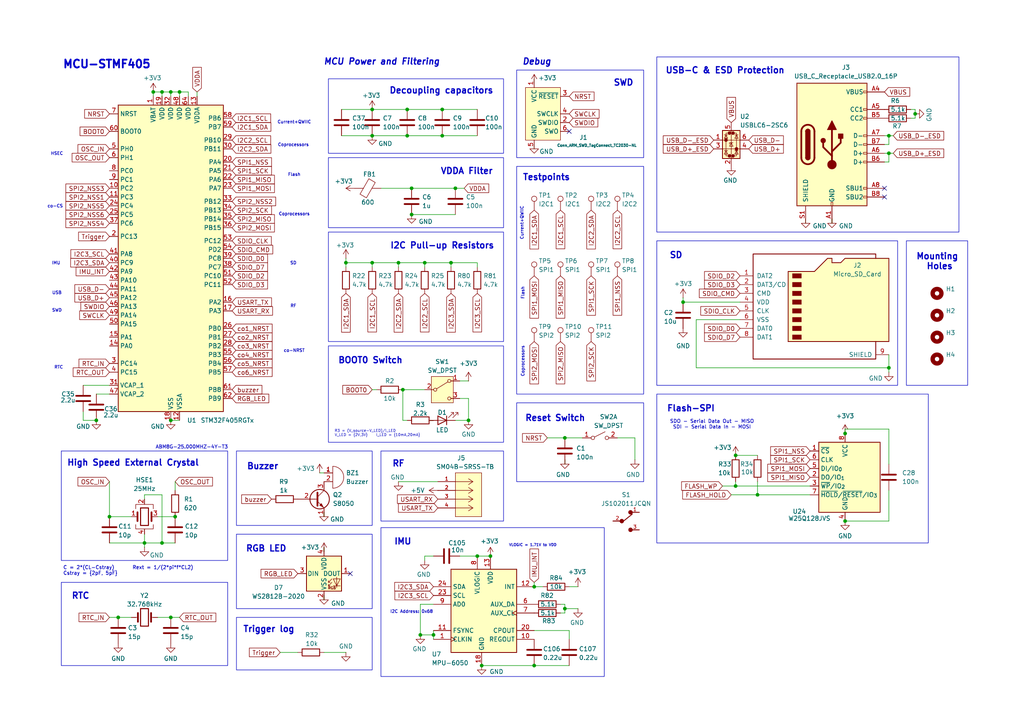
<source format=kicad_sch>
(kicad_sch (version 20250114) (generator "eeschema") (generator_version "9.0")
  (paper "A4")
  (title_block (title "Dumpling_Main") (date "2025-02-26") (rev "0.1") (company "nyuad.space"))
  (rectangle (start 190.5 69.85) (end 260.35 111.76))
  (rectangle (start 68.58 154.94) (end 107.95 176.53))
  (rectangle (start 17.78 130.81) (end 66.04 162.56))
  (rectangle (start 149.86 48.26) (end 186.69 114.3))
  (rectangle (start 110.49 130.81) (end 146.05 151.13))
  (rectangle (start 68.58 179.07) (end 107.95 194.31))
  (rectangle (start 190.5 16.51) (end 278.13 67.31))
  (rectangle (start 149.86 116.84) (end 186.69 139.7))
  (rectangle (start 95.25 100.33) (end 146.05 128.27))
  (rectangle (start 190.5 114.3) (end 269.24 157.48))
  (rectangle (start 110.49 153.035) (end 175.26 196.215))
  (rectangle (start 95.25 45.72) (end 146.05 66.04))
  (rectangle (start 149.86 20.32) (end 186.69 45.72))
  (rectangle (start 95.25 22.86) (end 146.05 44.45))
  (rectangle (start 68.58 130.81) (end 107.95 152.4))
  (rectangle (start 17.78 168.91) (end 66.04 193.04))
  (rectangle (start 262.89 69.85) (end 280.67 111.76))
  (rectangle (start 95.25 67.31) (end 146.05 99.06))
  (text "MCU-STMF405\n" (at 30.988 18.796 0) (effects (font (size 2.286 2.286) (thickness 0.508) (bold yes))))
  (text "Debug" (at 155.702 18.034 0) (effects (font (size 1.778 1.778) (thickness 0.3556) (bold yes) (italic yes))))
  (text "IMU" (at 116.84 157.226 0) (effects (font (size 1.778 1.778) (thickness 0.3556) (bold yes))))
  (text "SWD\n" (at 180.848 24.13 0) (effects (font (size 1.778 1.778) (thickness 0.3556) (bold yes))))
  (text "RTC" (at 17.018 106.68 0) (effects (font (size 0.889 0.889))))
  (text "SD\n" (at 196.088 74.168 0) (effects (font (size 1.778 1.778) (thickness 0.3556) (bold yes))))
  (text "Buzzer" (at 76.2 135.382 0) (effects (font (size 1.778 1.778) (thickness 0.3556) (bold yes))))
  (text "Decoupling capacitors\n" (at 128.016 26.416 0) (effects (font (size 1.778 1.778) (thickness 0.3556) (bold yes))))
  (text "Trigger log" (at 77.978 182.626 0) (effects (font (size 1.778 1.778) (thickness 0.3556) (bold yes))))
  (text "Flash" (at 85.344 50.8 0) (effects (font (size 0.889 0.889))))
  (text "co-NRST\n" (at 85.344 101.854 0) (effects (font (size 0.889 0.889))))
  (text "MCU Power and Filtering" (at 110.744 18.034 0) (effects (font (size 1.778 1.778) (thickness 0.3556) (bold yes) (italic yes))))
  (text "IMU" (at 16.256 76.454 0) (effects (font (size 0.889 0.889))))
  (text "Coprocessors" (at 151.638 104.902 90) (effects (font (size 0.889 0.889))))
  (text "R3 = (V_source-V_LED)/I_LED\nV_LED = {2V,3V}	I_LED = {10mA,20mA}" (at 97.028 125.73 0) (effects (font (size 0.762 0.762) (thickness 0.0953)) (justify left)))
  (text "ABM8G-25.000MHZ-4Y-T3\n" (at 55.626 129.794 0) (effects (font (size 1.016 1.016) (thickness 0.1588))))
  (text "Coprocessors" (at 85.09 42.164 0) (effects (font (size 0.889 0.889))))
  (text "USB\n" (at 16.51 85.09 0) (effects (font (size 0.889 0.889))))
  (text "Coprocessors" (at 85.344 62.23 0) (effects (font (size 0.889 0.889))))
  (text "RF" (at 115.57 134.62 0) (effects (font (size 1.778 1.778) (thickness 0.3556) (bold yes))))
  (text "VLOGIC = 1.71V to VDD" (at 147.574 158.242 0) (effects (font (size 0.762 0.762) (thickness 0.1524) (bold yes)) (justify left)))
  (text "SDO - Serial Data Out - MISO\nSDI - Serial Data In - MOSI" (at 206.502 123.19 0) (effects (font (size 1.016 1.016))))
  (text "BOOT0 Switch" (at 107.442 104.648 0) (effects (font (size 1.778 1.778) (thickness 0.3556) (bold yes))))
  (text "Flash-SPI" (at 200.406 118.618 0) (effects (font (size 1.778 1.778) (thickness 0.3556) (bold yes))))
  (text "Testpoints" (at 158.496 51.562 0) (effects (font (size 1.778 1.778) (thickness 0.3556) (bold yes))))
  (text "RTC\n" (at 23.368 172.974 0) (effects (font (size 1.778 1.778) (thickness 0.3556) (bold yes))))
  (text "Mounting \nHoles" (at 272.542 75.946 0) (effects (font (size 1.778 1.778) (thickness 0.3556) (bold yes))))
  (text "RGB LED" (at 77.216 159.258 0) (effects (font (size 1.778 1.778) (thickness 0.3556) (bold yes))))
  (text "co-CS\n" (at 16.002 59.944 0) (effects (font (size 0.889 0.889))))
  (text "SD" (at 85.09 76.454 0) (effects (font (size 0.889 0.889))))
  (text "SWD" (at 16.51 90.17 0) (effects (font (size 0.889 0.889))))
  (text "Flash" (at 151.638 85.09 90) (effects (font (size 0.889 0.889))))
  (text "High Speed External Crystal" (at 38.608 134.366 0) (effects (font (size 1.778 1.778) (thickness 0.3556) (bold yes))))
  (text "Current+QWIIC\n" (at 151.384 64.77 90) (effects (font (size 0.889 0.889))))
  (text "I2C Pull-up Resistors" (at 128.27 71.374 0) (effects (font (size 1.778 1.778) (thickness 0.3556) (bold yes))))
  (text "C = 2*(CL-Cstray)	Rext = 1/(2*pi*f*CL2)\nCstray = {2pF, 5pF}" (at 18.288 165.608 0) (effects (font (size 1.016 1.016) (thickness 0.1588)) (justify left)))
  (text "HSEC" (at 16.51 44.704 0) (effects (font (size 0.889 0.889))))
  (text "Reset Switch\n" (at 161.036 121.412 0) (effects (font (size 1.778 1.778) (thickness 0.3556) (bold yes))))
  (text "RF" (at 85.09 88.9 0) (effects (font (size 0.889 0.889))))
  (text "Current+QWIIC\n" (at 85.344 35.56 0) (effects (font (size 0.889 0.889))))
  (text "I2C Address: 0x68" (at 119.38 177.546 0) (effects (font (size 0.889 0.889))))
  (text "USB-C & ESD Protection" (at 210.312 20.574 0) (effects (font (size 1.778 1.778) (thickness 0.3556) (bold yes))))
  (text "VDDA Filter\n" (at 135.382 49.784 0) (effects (font (size 1.778 1.778) (thickness 0.3556) (bold yes))))
  (junction (at 135.89 121.92))
  (junction (at 119.38 62.23))
  (junction (at 46.99 26.67))
  (junction (at 27.94 121.92))
  (junction (at 213.36 132.08))
  (junction (at 118.11 39.37))
  (junction (at 142.24 161.29))
  (junction (at 100.33 76.2))
  (junction (at 52.07 26.67))
  (junction (at 130.81 76.2))
  (junction (at 44.45 26.67))
  (junction (at 163.83 176.53))
  (junction (at 257.81 106.68))
  (junction (at 138.43 161.29))
  (junction (at 34.29 179.07))
  (junction (at 116.84 113.03))
  (junction (at 128.27 39.37))
  (junction (at 121.92 184.15))
  (junction (at 245.11 125.73))
  (junction (at 118.11 31.75))
  (junction (at 154.94 170.18))
  (junction (at 49.53 179.07))
  (junction (at 31.75 149.86))
  (junction (at 245.11 151.13))
  (junction (at 219.71 143.51))
  (junction (at 107.95 39.37))
  (junction (at 49.53 26.67))
  (junction (at 123.19 76.2))
  (junction (at 107.95 31.75))
  (junction (at 257.81 39.37))
  (junction (at 213.36 140.97))
  (junction (at 257.81 44.45))
  (junction (at 265.43 33.02))
  (junction (at 46.99 157.48))
  (junction (at 119.38 54.61))
  (junction (at 115.57 76.2))
  (junction (at 41.91 157.48))
  (junction (at 49.53 121.92))
  (junction (at 50.8 149.86))
  (junction (at 154.94 193.04))
  (junction (at 132.08 54.61))
  (junction (at 128.27 31.75))
  (junction (at 139.7 193.04))
  (junction (at 163.83 127))
  (junction (at 107.95 76.2))
  (junction (at 198.12 87.63))
  (junction (at 125.73 184.15))
  (no_connect (at 256.54 57.15))
  (no_connect (at 165.1 38.1))
  (no_connect (at 101.6 166.37))
  (no_connect (at 256.54 54.61))
  (wire (pts (xy 219.71 139.7) (xy 219.71 143.51)))
  (wire (pts (xy 31.75 139.7) (xy 31.75 149.86)))
  (wire (pts (xy 154.94 168.91) (xy 154.94 170.18)))
  (wire (pts (xy 257.81 41.91) (xy 257.81 39.37)))
  (wire (pts (xy 52.07 26.67) (xy 52.07 27.94)))
  (wire (pts (xy 27.94 114.3) (xy 31.75 114.3)))
  (wire (pts (xy 125.73 175.26) (xy 121.92 175.26)))
  (wire (pts (xy 259.08 39.37) (xy 257.81 39.37)))
  (wire (pts (xy 135.89 121.92) (xy 132.08 121.92)))
  (wire (pts (xy 41.91 157.48) (xy 46.99 157.48)))
  (wire (pts (xy 52.07 26.67) (xy 49.53 26.67)))
  (wire (pts (xy 115.57 76.2) (xy 115.57 77.47)))
  (wire (pts (xy 133.35 161.29) (xy 138.43 161.29)))
  (wire (pts (xy 257.81 124.46) (xy 245.11 124.46)))
  (wire (pts (xy 41.91 157.48) (xy 41.91 154.94)))
  (wire (pts (xy 163.83 127) (xy 168.91 127)))
  (wire (pts (xy 257.81 44.45) (xy 256.54 44.45)))
  (wire (pts (xy 54.61 27.94) (xy 54.61 26.67)))
  (wire (pts (xy 119.38 54.61) (xy 132.08 54.61)))
  (wire (pts (xy 213.36 140.97) (xy 234.95 140.97)))
  (wire (pts (xy 118.11 121.92) (xy 116.84 121.92)))
  (wire (pts (xy 245.11 125.73) (xy 245.11 124.46)))
  (wire (pts (xy 256.54 41.91) (xy 257.81 41.91)))
  (wire (pts (xy 209.55 140.97) (xy 213.36 140.97)))
  (wire (pts (xy 121.92 175.26) (xy 121.92 184.15)))
  (wire (pts (xy 123.19 162.56) (xy 123.19 161.29)))
  (wire (pts (xy 214.63 92.71) (xy 201.93 92.71)))
  (wire (pts (xy 49.53 121.92) (xy 52.07 121.92)))
  (wire (pts (xy 107.95 31.75) (xy 118.11 31.75)))
  (wire (pts (xy 50.8 139.7) (xy 50.8 142.24)))
  (wire (pts (xy 93.98 160.02) (xy 93.98 158.75)))
  (wire (pts (xy 123.19 76.2) (xy 115.57 76.2)))
  (wire (pts (xy 31.75 179.07) (xy 34.29 179.07)))
  (wire (pts (xy 201.93 92.71) (xy 201.93 106.68)))
  (wire (pts (xy 31.75 149.86) (xy 38.1 149.86)))
  (wire (pts (xy 133.35 115.57) (xy 135.89 115.57)))
  (wire (pts (xy 54.61 26.67) (xy 52.07 26.67)))
  (wire (pts (xy 107.95 113.03) (xy 109.22 113.03)))
  (wire (pts (xy 134.62 54.61) (xy 132.08 54.61)))
  (wire (pts (xy 93.98 148.59) (xy 93.98 149.86)))
  (wire (pts (xy 44.45 26.67) (xy 44.45 27.94)))
  (wire (pts (xy 212.09 143.51) (xy 219.71 143.51)))
  (wire (pts (xy 138.43 161.29) (xy 142.24 161.29)))
  (wire (pts (xy 257.81 124.46) (xy 257.81 134.62)))
  (wire (pts (xy 257.81 142.24) (xy 257.81 151.13)))
  (wire (pts (xy 41.91 144.78) (xy 41.91 143.51)))
  (wire (pts (xy 49.53 26.67) (xy 46.99 26.67)))
  (wire (pts (xy 107.95 76.2) (xy 100.33 76.2)))
  (wire (pts (xy 100.33 76.2) (xy 100.33 77.47)))
  (wire (pts (xy 45.72 179.07) (xy 49.53 179.07)))
  (wire (pts (xy 154.94 193.04) (xy 165.1 193.04)))
  (wire (pts (xy 167.64 176.53) (xy 163.83 176.53)))
  (wire (pts (xy 107.95 39.37) (xy 118.11 39.37)))
  (wire (pts (xy 46.99 157.48) (xy 50.8 157.48)))
  (wire (pts (xy 49.53 26.67) (xy 49.53 27.94)))
  (wire (pts (xy 34.29 179.07) (xy 38.1 179.07)))
  (wire (pts (xy 31.75 157.48) (xy 41.91 157.48)))
  (wire (pts (xy 265.43 34.29) (xy 265.43 33.02)))
  (wire (pts (xy 165.1 182.88) (xy 165.1 185.42)))
  (wire (pts (xy 24.13 121.92) (xy 27.94 121.92)))
  (wire (pts (xy 241.3 63.5) (xy 241.3 64.77)))
  (wire (pts (xy 118.11 39.37) (xy 128.27 39.37)))
  (wire (pts (xy 154.94 41.91) (xy 154.94 43.18)))
  (wire (pts (xy 24.13 111.76) (xy 31.75 111.76)))
  (wire (pts (xy 256.54 46.99) (xy 257.81 46.99)))
  (wire (pts (xy 213.36 139.7) (xy 213.36 140.97)))
  (wire (pts (xy 46.99 26.67) (xy 44.45 26.67)))
  (wire (pts (xy 163.83 176.53) (xy 163.83 175.26)))
  (wire (pts (xy 130.81 77.47) (xy 130.81 76.2)))
  (wire (pts (xy 257.81 39.37) (xy 256.54 39.37)))
  (wire (pts (xy 93.98 172.72) (xy 93.98 173.99)))
  (wire (pts (xy 257.81 151.13) (xy 245.11 151.13)))
  (wire (pts (xy 125.73 121.92) (xy 124.46 121.92)))
  (wire (pts (xy 115.57 76.2) (xy 107.95 76.2)))
  (wire (pts (xy 157.48 170.18) (xy 154.94 170.18)))
  (wire (pts (xy 259.08 44.45) (xy 257.81 44.45)))
  (wire (pts (xy 135.89 115.57) (xy 135.89 121.92)))
  (wire (pts (xy 135.89 110.49) (xy 133.35 110.49)))
  (wire (pts (xy 265.43 33.02) (xy 265.43 31.75)))
  (wire (pts (xy 154.94 182.88) (xy 165.1 182.88)))
  (wire (pts (xy 198.12 87.63) (xy 214.63 87.63)))
  (wire (pts (xy 257.81 46.99) (xy 257.81 44.45)))
  (wire (pts (xy 264.16 34.29) (xy 265.43 34.29)))
  (wire (pts (xy 99.06 31.75) (xy 107.95 31.75)))
  (wire (pts (xy 179.07 127) (xy 184.15 127)))
  (wire (pts (xy 163.83 175.26) (xy 162.56 175.26)))
  (wire (pts (xy 163.83 177.8) (xy 163.83 176.53)))
  (wire (pts (xy 99.06 39.37) (xy 107.95 39.37)))
  (wire (pts (xy 49.53 179.07) (xy 52.07 179.07)))
  (wire (pts (xy 257.81 102.87) (xy 257.81 106.68)))
  (wire (pts (xy 184.15 127) (xy 184.15 133.35)))
  (wire (pts (xy 46.99 143.51) (xy 46.99 157.48)))
  (wire (pts (xy 138.43 77.47) (xy 138.43 76.2)))
  (wire (pts (xy 138.43 76.2) (xy 130.81 76.2)))
  (wire (pts (xy 57.15 26.67) (xy 57.15 27.94)))
  (wire (pts (xy 158.75 127) (xy 163.83 127)))
  (wire (pts (xy 100.33 189.23) (xy 93.98 189.23)))
  (wire (pts (xy 123.19 161.29) (xy 125.73 161.29)))
  (wire (pts (xy 128.27 39.37) (xy 138.43 39.37)))
  (wire (pts (xy 213.36 132.08) (xy 219.71 132.08)))
  (wire (pts (xy 130.81 76.2) (xy 123.19 76.2)))
  (wire (pts (xy 116.84 113.03) (xy 116.84 121.92)))
  (wire (pts (xy 162.56 177.8) (xy 163.83 177.8)))
  (wire (pts (xy 121.92 184.15) (xy 125.73 184.15)))
  (wire (pts (xy 41.91 143.51) (xy 46.99 143.51)))
  (wire (pts (xy 100.33 76.2) (xy 100.33 74.93)))
  (wire (pts (xy 86.36 189.23) (xy 81.28 189.23)))
  (wire (pts (xy 219.71 143.51) (xy 234.95 143.51)))
  (wire (pts (xy 107.95 76.2) (xy 107.95 77.47)))
  (wire (pts (xy 118.11 31.75) (xy 128.27 31.75)))
  (wire (pts (xy 125.73 182.88) (xy 125.73 184.15)))
  (wire (pts (xy 139.7 193.04) (xy 154.94 193.04)))
  (wire (pts (xy 125.73 184.15) (xy 125.73 185.42)))
  (wire (pts (xy 115.57 139.7) (xy 127 139.7)))
  (wire (pts (xy 201.93 106.68) (xy 257.81 106.68)))
  (wire (pts (xy 163.83 133.35) (xy 163.83 134.62)))
  (wire (pts (xy 198.12 86.36) (xy 198.12 87.63)))
  (wire (pts (xy 41.91 158.75) (xy 41.91 157.48)))
  (wire (pts (xy 110.49 54.61) (xy 119.38 54.61)))
  (wire (pts (xy 92.71 137.16) (xy 93.98 137.16)))
  (wire (pts (xy 24.13 119.38) (xy 24.13 121.92)))
  (wire (pts (xy 233.68 63.5) (xy 233.68 64.77)))
  (wire (pts (xy 257.81 106.68) (xy 257.81 107.95)))
  (wire (pts (xy 119.38 62.23) (xy 132.08 62.23)))
  (wire (pts (xy 265.43 31.75) (xy 264.16 31.75)))
  (wire (pts (xy 45.72 149.86) (xy 50.8 149.86)))
  (wire (pts (xy 128.27 31.75) (xy 138.43 31.75)))
  (wire (pts (xy 123.19 77.47) (xy 123.19 76.2)))
  (wire (pts (xy 167.64 170.18) (xy 165.1 170.18)))
  (wire (pts (xy 116.84 113.03) (xy 123.19 113.03)))
  (wire (pts (xy 154.94 24.13) (xy 154.94 22.86)))
  (wire (pts (xy 46.99 26.67) (xy 46.99 27.94)))
  (global_label "USB_D-_ESD" (shape input) (at 259.08 39.37 0) (effects (font (thickness 0.1588))) (property "Intersheetrefs" "${INTERSHEET_REFS}" (effects (hide yes))))
  (global_label "I2C3_SDA" (shape input) (at 31.75 76.2 180) (property "Intersheetrefs" "${INTERSHEET_REFS}" (effects (hide yes))))
  (global_label "USART_TX" (shape input) (at 127 147.32 180) (property "Intersheetrefs" "${INTERSHEET_REFS}" (effects (hide yes))))
  (global_label "I2C3_SCL" (shape input) (at 138.43 85.09 270) (property "Intersheetrefs" "${INTERSHEET_REFS}" (effects (hide yes))))
  (global_label "SPI1_MISO" (shape input) (at 234.95 138.43 180) (property "Intersheetrefs" "${INTERSHEET_REFS}" (effects (hide yes))))
  (global_label "USB_D+_ESD" (shape input) (at 259.08 44.45 0) (effects (font (thickness 0.1588))) (property "Intersheetrefs" "${INTERSHEET_REFS}" (effects (hide yes))))
  (global_label "SPI1_SCK" (shape input) (at 171.45 80.01 270) (property "Intersheetrefs" "${INTERSHEET_REFS}" (effects (hide yes))))
  (global_label "RTC_IN" (shape input) (at 31.75 105.41 180) (property "Intersheetrefs" "${INTERSHEET_REFS}" (effects (hide yes))))
  (global_label "SPI2_NSS2" (shape input) (at 67.31 58.42 0) (property "Intersheetrefs" "${INTERSHEET_REFS}" (effects (hide yes))))
  (global_label "SWDIO" (shape input) (at 31.75 88.9 180) (property "Intersheetrefs" "${INTERSHEET_REFS}" (effects (hide yes))))
  (global_label "NRST" (shape input) (at 158.75 127 180) (property "Intersheetrefs" "${INTERSHEET_REFS}" (effects (hide yes))))
  (global_label "USB_D+" (shape input) (at 31.75 86.36 180) (property "Intersheetrefs" "${INTERSHEET_REFS}" (effects (hide yes))))
  (global_label "USART_TX" (shape input) (at 67.31 87.63 0) (property "Intersheetrefs" "${INTERSHEET_REFS}" (effects (hide yes))))
  (global_label "SDIO_D2" (shape input) (at 214.63 80.01 180) (property "Intersheetrefs" "${INTERSHEET_REFS}" (effects (hide yes))))
  (global_label "FLASH_HOLD" (shape input) (at 212.09 143.51 180) (property "Intersheetrefs" "${INTERSHEET_REFS}" (effects (hide yes))))
  (global_label "I2C1_SDA" (shape input) (at 100.33 85.09 270) (effects (font (thickness 0.1588))) (property "Intersheetrefs" "${INTERSHEET_REFS}" (effects (hide yes))))
  (global_label "I2C3_SDA" (shape input) (at 130.81 85.09 270) (property "Intersheetrefs" "${INTERSHEET_REFS}" (effects (hide yes))))
  (global_label "co4_NRST" (shape input) (at 67.31 102.87 0) (effects (font (thickness 0.1588))) (property "Intersheetrefs" "${INTERSHEET_REFS}" (effects (hide yes))))
  (global_label "VDDA" (shape input) (at 57.15 26.67 90) (property "Intersheetrefs" "${INTERSHEET_REFS}" (effects (hide yes))))
  (global_label "SPI1_NSS" (shape input) (at 234.95 130.81 180) (property "Intersheetrefs" "${INTERSHEET_REFS}" (effects (hide yes))))
  (global_label "SDIO_CMD" (shape input) (at 214.63 85.09 180) (property "Intersheetrefs" "${INTERSHEET_REFS}" (effects (hide yes))))
  (global_label "co2_NRST" (shape input) (at 67.31 97.79 0) (effects (font (thickness 0.1588))) (property "Intersheetrefs" "${INTERSHEET_REFS}" (effects (hide yes))))
  (global_label "co5_NRST" (shape input) (at 67.31 105.41 0) (effects (font (thickness 0.1588))) (property "Intersheetrefs" "${INTERSHEET_REFS}" (effects (hide yes))))
  (global_label "SWCLK" (shape input) (at 165.1 33.02 0) (property "Intersheetrefs" "${INTERSHEET_REFS}" (effects (hide yes))))
  (global_label "USB_D+" (shape input) (at 217.17 43.18 0) (property "Intersheetrefs" "${INTERSHEET_REFS}" (effects (hide yes))))
  (global_label "SPI2_MOSI" (shape input) (at 154.94 99.06 270) (property "Intersheetrefs" "${INTERSHEET_REFS}" (effects (hide yes))))
  (global_label "OSC_IN" (shape input) (at 31.75 139.7 180) (property "Intersheetrefs" "${INTERSHEET_REFS}" (effects (hide yes))))
  (global_label "I2C3_SCL" (shape input) (at 125.73 172.72 180) (property "Intersheetrefs" "${INTERSHEET_REFS}" (effects (hide yes))))
  (global_label "SDIO_D0" (shape input) (at 67.31 74.93 0) (property "Intersheetrefs" "${INTERSHEET_REFS}" (effects (hide yes))))
  (global_label "SDIO_D2" (shape input) (at 67.31 80.01 0) (property "Intersheetrefs" "${INTERSHEET_REFS}" (effects (hide yes))))
  (global_label "co3_NRST" (shape input) (at 67.31 100.33 0) (effects (font (thickness 0.1588))) (property "Intersheetrefs" "${INTERSHEET_REFS}" (effects (hide yes))))
  (global_label "USB_D-" (shape input) (at 31.75 83.82 180) (property "Intersheetrefs" "${INTERSHEET_REFS}" (effects (hide yes))))
  (global_label "SPI2_NSS1" (shape input) (at 31.75 57.15 180) (property "Intersheetrefs" "${INTERSHEET_REFS}" (effects (hide yes))))
  (global_label "I2C1_SDA" (shape input) (at 67.31 36.83 0) (property "Intersheetrefs" "${INTERSHEET_REFS}" (effects (hide yes))))
  (global_label "BOOT0" (shape input) (at 107.95 113.03 180) (effects (font (thickness 0.1588))) (property "Intersheetrefs" "${INTERSHEET_REFS}" (effects (hide yes))))
  (global_label "SDIO_CLK" (shape input) (at 214.63 90.17 180) (property "Intersheetrefs" "${INTERSHEET_REFS}" (effects (hide yes))))
  (global_label "SDIO_CLK" (shape input) (at 67.31 69.85 0) (property "Intersheetrefs" "${INTERSHEET_REFS}" (effects (hide yes))))
  (global_label "Trigger" (shape input) (at 31.75 68.58 180) (property "Intersheetrefs" "${INTERSHEET_REFS}" (effects (hide yes))))
  (global_label "SWCLK" (shape input) (at 31.75 91.44 180) (property "Intersheetrefs" "${INTERSHEET_REFS}" (effects (hide yes))))
  (global_label "RTC_IN" (shape input) (at 31.75 179.07 180) (property "Intersheetrefs" "${INTERSHEET_REFS}" (effects (hide yes))))
  (global_label "I2C1_SCL" (shape input) (at 67.31 34.29 0) (property "Intersheetrefs" "${INTERSHEET_REFS}" (effects (hide yes))))
  (global_label "SPI1_SCK" (shape input) (at 234.95 133.35 180) (property "Intersheetrefs" "${INTERSHEET_REFS}" (effects (hide yes))))
  (global_label "SDIO_D3" (shape input) (at 214.63 82.55 180) (property "Intersheetrefs" "${INTERSHEET_REFS}" (effects (hide yes))))
  (global_label "SPI2_SCK" (shape input) (at 171.45 99.06 270) (property "Intersheetrefs" "${INTERSHEET_REFS}" (effects (hide yes))))
  (global_label "RGB_LED" (shape input) (at 86.36 166.37 180) (effects (font (thickness 0.1588))) (property "Intersheetrefs" "${INTERSHEET_REFS}" (effects (hide yes))))
  (global_label "SPI2_NSS5" (shape input) (at 31.75 59.69 180) (property "Intersheetrefs" "${INTERSHEET_REFS}" (effects (hide yes))))
  (global_label "SPI1_MOSI" (shape input) (at 154.94 80.01 270) (property "Intersheetrefs" "${INTERSHEET_REFS}" (effects (hide yes))))
  (global_label "I2C2_SDA" (shape input) (at 67.31 43.18 0) (property "Intersheetrefs" "${INTERSHEET_REFS}" (effects (hide yes))))
  (global_label "USART_RX" (shape input) (at 127 144.78 180) (property "Intersheetrefs" "${INTERSHEET_REFS}" (effects (hide yes))))
  (global_label "I2C3_SDA" (shape input) (at 125.73 170.18 180) (property "Intersheetrefs" "${INTERSHEET_REFS}" (effects (hide yes))))
  (global_label "I2C1_SDA" (shape input) (at 154.94 60.96 270) (property "Intersheetrefs" "${INTERSHEET_REFS}" (effects (hide yes))))
  (global_label "SWDIO" (shape input) (at 165.1 35.56 0) (property "Intersheetrefs" "${INTERSHEET_REFS}" (effects (hide yes))))
  (global_label "SPI1_NSS" (shape input) (at 67.31 46.99 0) (property "Intersheetrefs" "${INTERSHEET_REFS}" (effects (hide yes))))
  (global_label "buzzer" (shape input) (at 78.74 144.78 180) (effects (font (thickness 0.1588))) (property "Intersheetrefs" "${INTERSHEET_REFS}" (effects (hide yes))))
  (global_label "SDIO_D7" (shape input) (at 67.31 77.47 0) (property "Intersheetrefs" "${INTERSHEET_REFS}" (effects (hide yes))))
  (global_label "SPI1_NSS" (shape input) (at 179.07 80.01 270) (property "Intersheetrefs" "${INTERSHEET_REFS}" (effects (hide yes))))
  (global_label "SPI1_MOSI" (shape input) (at 234.95 135.89 180) (property "Intersheetrefs" "${INTERSHEET_REFS}" (effects (hide yes))))
  (global_label "USB_D-" (shape input) (at 217.17 40.64 0) (property "Intersheetrefs" "${INTERSHEET_REFS}" (effects (hide yes))))
  (global_label "Trigger" (shape input) (at 81.28 189.23 180) (property "Intersheetrefs" "${INTERSHEET_REFS}" (effects (hide yes))))
  (global_label "VBUS" (shape input) (at 212.09 35.56 90) (effects (font (thickness 0.1588))) (property "Intersheetrefs" "${INTERSHEET_REFS}" (effects (hide yes))))
  (global_label "RTC_OUT" (shape input) (at 31.75 107.95 180) (property "Intersheetrefs" "${INTERSHEET_REFS}" (effects (hide yes))))
  (global_label "buzzer" (shape input) (at 67.31 113.03 0) (effects (font (thickness 0.1588))) (property "Intersheetrefs" "${INTERSHEET_REFS}" (effects (hide yes))))
  (global_label "co6_NRST" (shape input) (at 67.31 107.95 0) (effects (font (thickness 0.1588))) (property "Intersheetrefs" "${INTERSHEET_REFS}" (effects (hide yes))))
  (global_label "I2C2_SCL" (shape input) (at 123.19 85.09 270) (property "Intersheetrefs" "${INTERSHEET_REFS}" (effects (hide yes))))
  (global_label "VBUS" (shape input) (at 256.54 26.67 0) (effects (font (thickness 0.1588))) (property "Intersheetrefs" "${INTERSHEET_REFS}" (effects (hide yes))))
  (global_label "OSC_IN" (shape input) (at 31.75 43.18 180) (property "Intersheetrefs" "${INTERSHEET_REFS}" (effects (hide yes))))
  (global_label "co1_NRST" (shape input) (at 67.31 95.25 0) (effects (font (thickness 0.1588))) (property "Intersheetrefs" "${INTERSHEET_REFS}" (effects (hide yes))))
  (global_label "IMU_INT" (shape input) (at 154.94 168.91 90) (property "Intersheetrefs" "${INTERSHEET_REFS}" (effects (hide yes))))
  (global_label "SPI2_NSS6" (shape input) (at 31.75 62.23 180) (property "Intersheetrefs" "${INTERSHEET_REFS}" (effects (hide yes))))
  (global_label "IMU_INT" (shape input) (at 31.75 78.74 180) (property "Intersheetrefs" "${INTERSHEET_REFS}" (effects (hide yes))))
  (global_label "I2C3_SCL" (shape input) (at 31.75 73.66 180) (property "Intersheetrefs" "${INTERSHEET_REFS}" (effects (hide yes))))
  (global_label "OSC_OUT" (shape input) (at 50.8 139.7 0) (property "Intersheetrefs" "${INTERSHEET_REFS}" (effects (hide yes))))
  (global_label "SPI2_MOSI" (shape input) (at 67.31 66.04 0) (property "Intersheetrefs" "${INTERSHEET_REFS}" (effects (hide yes))))
  (global_label "I2C1_SCL" (shape input) (at 107.95 85.09 270) (property "Intersheetrefs" "${INTERSHEET_REFS}" (effects (hide yes))))
  (global_label "USB_D-_ESD" (shape input) (at 207.01 40.64 180) (effects (font (thickness 0.1588))) (property "Intersheetrefs" "${INTERSHEET_REFS}" (effects (hide yes))))
  (global_label "SPI2_SCK" (shape input) (at 67.31 60.96 0) (property "Intersheetrefs" "${INTERSHEET_REFS}" (effects (hide yes))))
  (global_label "USB_D+_ESD" (shape input) (at 207.01 43.18 180) (effects (font (thickness 0.1588))) (property "Intersheetrefs" "${INTERSHEET_REFS}" (effects (hide yes))))
  (global_label "I2C2_SDA" (shape input) (at 115.57 85.09 270) (property "Intersheetrefs" "${INTERSHEET_REFS}" (effects (hide yes))))
  (global_label "OSC_OUT" (shape input) (at 31.75 45.72 180) (property "Intersheetrefs" "${INTERSHEET_REFS}" (effects (hide yes))))
  (global_label "NRST" (shape input) (at 165.1 27.94 0) (property "Intersheetrefs" "${INTERSHEET_REFS}" (effects (hide yes))))
  (global_label "SPI1_SCK" (shape input) (at 67.31 49.53 0) (property "Intersheetrefs" "${INTERSHEET_REFS}" (effects (hide yes))))
  (global_label "SDIO_D7" (shape input) (at 214.63 97.79 180) (property "Intersheetrefs" "${INTERSHEET_REFS}" (effects (hide yes))))
  (global_label "SPI1_MOSI" (shape input) (at 67.31 54.61 0) (property "Intersheetrefs" "${INTERSHEET_REFS}" (effects (hide yes))))
  (global_label "SPI2_MISO" (shape input) (at 67.31 63.5 0) (property "Intersheetrefs" "${INTERSHEET_REFS}" (effects (hide yes))))
  (global_label "SPI1_MISO" (shape input) (at 162.56 80.01 270) (property "Intersheetrefs" "${INTERSHEET_REFS}" (effects (hide yes))))
  (global_label "SPI2_NSS4" (shape input) (at 31.75 64.77 180) (property "Intersheetrefs" "${INTERSHEET_REFS}" (effects (hide yes))))
  (global_label "I2C1_SCL" (shape input) (at 162.56 60.96 270) (property "Intersheetrefs" "${INTERSHEET_REFS}" (effects (hide yes))))
  (global_label "VDDA" (shape input) (at 134.62 54.61 0) (property "Intersheetrefs" "${INTERSHEET_REFS}" (effects (hide yes))))
  (global_label "NRST" (shape input) (at 31.75 33.02 180) (property "Intersheetrefs" "${INTERSHEET_REFS}" (effects (hide yes))))
  (global_label "RGB_LED" (shape input) (at 67.31 115.57 0) (effects (font (thickness 0.1588))) (property "Intersheetrefs" "${INTERSHEET_REFS}" (effects (hide yes))))
  (global_label "SPI2_NSS3" (shape input) (at 31.75 54.61 180) (property "Intersheetrefs" "${INTERSHEET_REFS}" (effects (hide yes))))
  (global_label "USART_RX" (shape input) (at 67.31 90.17 0) (property "Intersheetrefs" "${INTERSHEET_REFS}" (effects (hide yes))))
  (global_label "FLASH_WP" (shape input) (at 209.55 140.97 180) (property "Intersheetrefs" "${INTERSHEET_REFS}" (effects (hide yes))))
  (global_label "SPI2_MISO" (shape input) (at 162.56 99.06 270) (property "Intersheetrefs" "${INTERSHEET_REFS}" (effects (hide yes))))
  (global_label "BOOT0" (shape input) (at 31.75 38.1 180) (effects (font (thickness 0.1588))) (property "Intersheetrefs" "${INTERSHEET_REFS}" (effects (hide yes))))
  (global_label "I2C2_SCL" (shape input) (at 179.07 60.96 270) (property "Intersheetrefs" "${INTERSHEET_REFS}" (effects (hide yes))))
  (global_label "SDIO_D3" (shape input) (at 67.31 82.55 0) (property "Intersheetrefs" "${INTERSHEET_REFS}" (effects (hide yes))))
  (global_label "RTC_OUT" (shape input) (at 52.07 179.07 0) (property "Intersheetrefs" "${INTERSHEET_REFS}" (effects (hide yes))))
  (global_label "I2C2_SDA" (shape input) (at 171.45 60.96 270) (property "Intersheetrefs" "${INTERSHEET_REFS}" (effects (hide yes))))
  (global_label "SDIO_D0" (shape input) (at 214.63 95.25 180) (property "Intersheetrefs" "${INTERSHEET_REFS}" (effects (hide yes))))
  (global_label "SDIO_CMD" (shape input) (at 67.31 72.39 0) (property "Intersheetrefs" "${INTERSHEET_REFS}" (effects (hide yes))))
  (global_label "SPI1_MISO" (shape input) (at 67.31 52.07 0) (property "Intersheetrefs" "${INTERSHEET_REFS}" (effects (hide yes))))
  (global_label "I2C2_SCL" (shape input) (at 67.31 40.64 0) (property "Intersheetrefs" "${INTERSHEET_REFS}" (effects (hide yes))))
  (symbol (lib_id "power:+3V3") (at 167.64 170.18 0) (unit 1)
    (property "Reference" "#PWR0237" (effects (hide yes)))
    (property "Value" "+3V3" (at 167.386 165.862 0))
    (property "Description" "Power symbol creates a global label with name \"+3V3\"" (effects (hide yes)))
  )
  (symbol (lib_id "Device:C") (at 34.29 182.88 0) (unit 1)
    (property "Reference" "C3" (at 37.084 182.118 0) (effects (justify left)))
    (property "Value" "15p" (at 37.084 184.658 0) (effects (justify left)))
    (property "Footprint" "Capacitor_SMD:C_0402_1005Metric" (effects (hide yes)))
    (property "Description" "Unpolarized capacitor" (effects (hide yes)))
  )
  (symbol (lib_id "Device:R") (at 260.35 34.29 270) (unit 1)
    (property "Reference" "R7" (at 258.826 36.576 90) (effects (justify left)))
    (property "Value" "5.1k" (at 258.318 34.29 90) (effects (justify left)))
    (property "Footprint" "Resistor_SMD:R_0402_1005Metric" (effects (hide yes)))
    (property "Description" "Resistor" (effects (hide yes)))
  )
  (symbol (lib_id "Connector:TestPoint") (at 162.56 60.96 0) (unit 1)
    (property "Reference" "TP2" (at 163.83 56.642 0) (effects (justify left)))
    (property "Value" "I2C1" (at 163.83 59.182 0) (effects (justify left)))
    (property "Footprint" "TestPoint:TestPoint_Pad_D1.0mm" (effects (hide yes)))
    (property "Description" "test point" (effects (hide yes)))
  )
  (symbol (lib_id "power:GND") (at 184.15 133.35 0) (unit 1)
    (property "Reference" "#PWR050" (effects (hide yes)))
    (property "Value" "GND" (at 185.674 137.668 0) (effects (justify right)))
    (property "Description" "Power symbol creates a global label with name \"GND\" , ground" (effects (hide yes)))
  )
  (symbol (lib_id "power:+3V3") (at 102.87 54.61 90) (unit 1)
    (property "Reference" "#PWR06" (effects (hide yes)))
    (property "Value" "+3V3" (at 102.362 52.578 90) (effects (justify left)))
    (property "Description" "Power symbol creates a global label with name \"+3V3\"" (effects (hide yes)))
  )
  (symbol (lib_id "Power_Protection:USBLC6-2SC6") (at 212.09 40.64 0) (unit 1)
    (property "Reference" "U2" (at 214.63 33.782 0) (effects (justify left)))
    (property "Value" "USBLC6-2SC6" (at 214.63 36.322 0) (effects (justify left)))
    (property "Footprint" "Package_TO_SOT_SMD:SOT-23-6" (effects (hide yes)))
    (property "Datasheet" "https://www.st.com/resource/en/datasheet/usblc6-2.pdf" (effects (hide yes)))
    (property "Description" "Very low capacitance ESD protection diode, 2 data-line, SOT-23-6" (effects (hide yes)))
  )
  (symbol (lib_id "Device:R") (at 158.75 177.8 270) (unit 1)
    (property "Reference" "R83" (at 157.226 180.086 90) (effects (justify left)))
    (property "Value" "5.1k" (at 156.718 177.8 90) (effects (justify left)))
    (property "Footprint" "Resistor_SMD:R_0402_1005Metric" (effects (hide yes)))
    (property "Description" "Resistor" (effects (hide yes)))
  )
  (symbol (lib_id "Mechanical:MountingHole") (at 271.78 85.09 0) (unit 1) (exclude_from_sim yes) (in_bom no)
    (property "Reference" "H1" (at 274.32 83.8199 0) (effects (justify left)))
    (property "Value" "MountingHole" (effects (hide yes)))
    (property "Footprint" "MountingHole:MountingHole_3.2mm_M3_Pad_Via" (effects (hide yes)))
    (property "Description" "Mounting Hole without connection" (effects (hide yes)))
  )
  (symbol (lib_id "Connector:TestPoint") (at 171.45 60.96 0) (unit 1)
    (property "Reference" "TP3" (at 172.72 56.642 0) (effects (justify left)))
    (property "Value" "I2C2" (at 172.72 59.182 0) (effects (justify left)))
    (property "Footprint" "TestPoint:TestPoint_Pad_D1.0mm" (effects (hide yes)))
    (property "Description" "test point" (effects (hide yes)))
  )
  (symbol (lib_id "Device:C") (at 27.94 118.11 0) (unit 1)
    (property "Reference" "C36" (at 30.226 118.618 0) (effects (justify left)))
    (property "Value" "2.2u" (at 29.972 120.396 0) (effects (justify left)))
    (property "Footprint" "Capacitor_SMD:C_0603_1608Metric" (effects (hide yes)))
    (property "Description" "Unpolarized capacitor" (effects (hide yes)))
  )
  (symbol (lib_id "Device:Crystal_GND24") (at 41.91 149.86 0) (unit 1)
    (property "Reference" "HSE1" (at 41.91 139.192 0))
    (property "Value" "25MHz" (at 41.91 141.732 0))
    (property "Footprint" "Crystal:Crystal_SMD_Abracon_ABM8G-4Pin_3.2x2.5mm" (effects (hide yes)))
    (property "Description" "Four pin crystal, GND on pins 2 and 4" (effects (hide yes)))
  )
  (symbol (lib_id "Device:C") (at 138.43 35.56 0) (unit 1)
    (property "Reference" "C10" (at 140.716 34.29 0) (effects (justify left)))
    (property "Value" "100n" (at 140.716 36.83 0) (effects (justify left)))
    (property "Footprint" "Capacitor_SMD:C_0402_1005Metric" (effects (hide yes)))
    (property "Description" "Unpolarized capacitor" (effects (hide yes)))
  )
  (symbol (lib_id "Connector:TestPoint") (at 171.45 80.01 0) (unit 1)
    (property "Reference" "TP7" (at 172.72 75.692 0) (effects (justify left)))
    (property "Value" "SPI1" (at 172.72 78.232 0) (effects (justify left)))
    (property "Footprint" "TestPoint:TestPoint_Pad_D1.0mm" (effects (hide yes)))
    (property "Description" "test point" (effects (hide yes)))
  )
  (symbol (lib_id "Device:C") (at 49.53 182.88 0) (unit 1)
    (property "Reference" "C4" (at 52.324 182.118 0) (effects (justify left)))
    (property "Value" "15p" (at 52.324 184.658 0) (effects (justify left)))
    (property "Footprint" "Capacitor_SMD:C_0402_1005Metric" (effects (hide yes)))
    (property "Description" "Unpolarized capacitor" (effects (hide yes)))
  )
  (symbol (lib_id "Device:C") (at 165.1 189.23 0) (unit 1)
    (property "Reference" "C107" (at 167.894 188.214 0) (effects (justify left)))
    (property "Value" "0.22u" (at 167.894 190.754 0) (effects (justify left)))
    (property "Footprint" "Capacitor_SMD:C_0402_1005Metric" (effects (hide yes)))
    (property "Description" "Unpolarized capacitor" (effects (hide yes)))
  )
  (symbol (lib_id "power:GND") (at 41.91 158.75 0) (unit 1)
    (property "Reference" "#PWR09" (effects (hide yes)))
    (property "Value" "GND" (at 45.466 161.036 0))
    (property "Description" "Power symbol creates a global label with name \"GND\" , ground" (effects (hide yes)))
  )
  (symbol (lib_id "MCU_ST_STM32F4:STM32F405RGTx") (at 49.53 76.2 0) (unit 1)
    (property "Reference" "U1" (at 54.2641 121.92 0) (effects (justify left)))
    (property "Value" "STM32F405RGTx" (at 58.166 121.92 0) (effects (justify left)))
    (property "Footprint" "Package_QFP:LQFP-64_10x10mm_P0.5mm" (effects (hide yes)))
    (property "Datasheet" "https://www.st.com/resource/en/datasheet/stm32f405rg.pdf" (effects (hide yes)))
    (property "Description" "STMicroelectronics Arm Cortex-M4 MCU, 1024KB flash, 192KB RAM, 168 MHz, 1.8-3.6V, 51 GPIO, LQFP64" (effects (hide yes)))
  )
  (symbol (lib_id "power:+3V3") (at 154.94 24.13 0) (unit 1)
    (property "Reference" "#PWR019" (effects (hide yes)))
    (property "Value" "+3V3" (at 158.75 22.606 0))
    (property "Description" "Power symbol creates a global label with name \"+3V3\"" (effects (hide yes)))
  )
  (symbol (lib_id "Device:C") (at 99.06 35.56 0) (unit 1)
    (property "Reference" "C37" (at 102.108 34.29 0) (effects (justify left)))
    (property "Value" "100n" (at 102.108 36.83 0) (effects (justify left)))
    (property "Footprint" "Capacitor_SMD:C_0402_1005Metric" (effects (hide yes)))
    (property "Description" "Unpolarized capacitor" (effects (hide yes)))
  )
  (symbol (lib_id "LED:WS2812B-2020") (at 93.98 166.37 0) (unit 1)
    (property "Reference" "D7" (at 80.772 170.434 0))
    (property "Value" "WS2812B-2020" (at 80.772 172.974 0))
    (property "Footprint" "LED_SMD:LED_WS2812B-2020_PLCC4_2.0x2.0mm" (effects (hide yes)))
    (property "Datasheet" "https://cdn-shop.adafruit.com/product-files/4684/4684_WS2812B-2020_V1.3_EN.pdf" (effects (hide yes)))
    (property "Description" "RGB LED with integrated controller, 2.0 x 2.0 mm, 12 mA" (effects (hide yes)))
  )
  (symbol (lib_id "power:GND") (at 245.11 151.13 0) (unit 1)
    (property "Reference" "#PWR047" (effects (hide yes)))
    (property "Value" "GND" (at 245.11 155.448 0))
    (property "Description" "Power symbol creates a global label with name \"GND\" , ground" (effects (hide yes)))
  )
  (symbol (lib_id "Device:C") (at 128.27 35.56 0) (unit 1)
    (property "Reference" "C9" (at 131.318 34.29 0) (effects (justify left)))
    (property "Value" "100n" (at 131.318 36.83 0) (effects (justify left)))
    (property "Footprint" "Capacitor_SMD:C_0402_1005Metric" (effects (hide yes)))
    (property "Description" "Unpolarized capacitor" (effects (hide yes)))
  )
  (symbol (lib_id "power:GND") (at 100.33 189.23 0) (unit 1)
    (property "Reference" "#PWR040" (effects (hide yes)))
    (property "Value" "GND" (at 100.33 187.452 0))
    (property "Description" "Power symbol creates a global label with name \"GND\" , ground" (effects (hide yes)))
  )
  (symbol (lib_id "power:GND") (at 49.53 186.69 0) (unit 1)
    (property "Reference" "#PWR04" (effects (hide yes)))
    (property "Value" "GND" (at 49.53 191.008 0))
    (property "Description" "Power symbol creates a global label with name \"GND\" , ground" (effects (hide yes)))
  )
  (symbol (lib_id "power:+3V3") (at 100.33 74.93 0) (unit 1)
    (property "Reference" "#PWR046" (effects (hide yes)))
    (property "Value" "+3V3" (at 100.076 71.12 0))
    (property "Description" "Power symbol creates a global label with name \"+3V3\"" (effects (hide yes)))
  )
  (symbol (lib_id "power:+5V") (at 127 142.24 90) (unit 1)
    (property "Reference" "#PWR0231" (effects (hide yes)))
    (property "Value" "+5V" (at 123.19 142.2399 90) (effects (justify left)))
    (property "Description" "Power symbol creates a global label with name \"+5V\"" (effects (hide yes)))
  )
  (symbol (lib_id "Mechanical:MountingHole") (at 271.78 104.14 0) (unit 1) (exclude_from_sim yes) (in_bom no)
    (property "Reference" "H4" (at 274.32 102.8699 0) (effects (justify left)))
    (property "Value" "MountingHole" (effects (hide yes)))
    (property "Footprint" "MountingHole:MountingHole_3.2mm_M3_Pad_Via" (effects (hide yes)))
    (property "Description" "Mounting Hole without connection" (effects (hide yes)))
  )
  (symbol (lib_id "power:+3V3") (at 107.95 31.75 0) (unit 1)
    (property "Reference" "#PWR07" (effects (hide yes)))
    (property "Value" "+3V3" (at 107.696 27.686 0))
    (property "Description" "Power symbol creates a global label with name \"+3V3\"" (effects (hide yes)))
  )
  (symbol (lib_id "Device:FerriteBead") (at 106.68 54.61 90) (unit 1)
    (property "Reference" "FB1" (at 107.188 50.546 90))
    (property "Value" "600" (at 106.68 58.674 90))
    (property "Footprint" "Inductor_SMD:L_0603_1608Metric" (effects (hide yes)))
    (property "Description" "Ferrite bead" (effects (hide yes)))
  )
  (symbol (lib_id "Connector:TestPoint") (at 162.56 99.06 0) (unit 1)
    (property "Reference" "TP10" (at 163.83 94.742 0) (effects (justify left)))
    (property "Value" "SPI2" (at 163.83 97.282 0) (effects (justify left)))
    (property "Footprint" "TestPoint:TestPoint_Pad_D1.0mm" (effects (hide yes)))
    (property "Description" "test point" (effects (hide yes)))
  )
  (symbol (lib_id "Connector:TestPoint") (at 171.45 99.06 0) (unit 1)
    (property "Reference" "TP11" (at 172.72 94.742 0) (effects (justify left)))
    (property "Value" "SPI2" (at 172.72 97.282 0) (effects (justify left)))
    (property "Footprint" "TestPoint:TestPoint_Pad_D1.0mm" (effects (hide yes)))
    (property "Description" "test point" (effects (hide yes)))
  )
  (symbol (lib_id "Device:C") (at 118.11 35.56 0) (unit 1)
    (property "Reference" "C8" (at 121.158 34.29 0) (effects (justify left)))
    (property "Value" "100n" (at 121.158 36.83 0) (effects (justify left)))
    (property "Footprint" "Capacitor_SMD:C_0402_1005Metric" (effects (hide yes)))
    (property "Description" "Unpolarized capacitor" (effects (hide yes)))
  )
  (symbol (lib_id "Connector:TestPoint") (at 154.94 80.01 0) (unit 1)
    (property "Reference" "TP5" (at 156.21 75.692 0) (effects (justify left)))
    (property "Value" "SPI1" (at 156.21 78.232 0) (effects (justify left)))
    (property "Footprint" "TestPoint:TestPoint_Pad_D1.0mm" (effects (hide yes)))
    (property "Description" "test point" (effects (hide yes)))
  )
  (symbol (lib_id "Connector:TestPoint") (at 154.94 99.06 0) (unit 1)
    (property "Reference" "TP9" (at 156.21 94.742 0) (effects (justify left)))
    (property "Value" "SPI2" (at 156.21 97.282 0) (effects (justify left)))
    (property "Footprint" "TestPoint:TestPoint_Pad_D1.0mm" (effects (hide yes)))
    (property "Description" "test point" (effects (hide yes)))
  )
  (symbol (lib_id "Connector:TestPoint") (at 179.07 60.96 0) (unit 1)
    (property "Reference" "TP4" (at 180.34 56.642 0) (effects (justify left)))
    (property "Value" "I2C2" (at 180.34 59.182 0) (effects (justify left)))
    (property "Footprint" "TestPoint:TestPoint_Pad_D1.0mm" (effects (hide yes)))
    (property "Description" "test point" (effects (hide yes)))
  )
  (symbol (lib_id "Device:R") (at 107.95 81.28 0) (unit 1)
    (property "Reference" "R23" (at 109.728 80.01 0) (effects (justify left)))
    (property "Value" "4.7k" (at 109.728 82.55 0) (effects (justify left)))
    (property "Footprint" "Resistor_SMD:R_0402_1005Metric" (effects (hide yes)))
    (property "Description" "Resistor" (effects (hide yes)))
  )
  (symbol (lib_id "power:GND") (at 121.92 184.15 0) (unit 1)
    (property "Reference" "#PWR0236" (effects (hide yes)))
    (property "Value" "GND" (at 123.698 188.214 0) (effects (justify right)))
    (property "Description" "Power symbol creates a global label with name \"GND\" , ground" (effects (hide yes)))
  )
  (symbol (lib_id "Device:C") (at 119.38 58.42 0) (unit 1)
    (property "Reference" "C6" (at 122.428 57.15 0) (effects (justify left)))
    (property "Value" "1u" (at 122.428 59.69 0) (effects (justify left)))
    (property "Footprint" "Capacitor_SMD:C_0402_1005Metric" (effects (hide yes)))
    (property "Description" "Unpolarized capacitor" (effects (hide yes)))
  )
  (symbol (lib_id "Device:R") (at 161.29 170.18 90) (unit 1)
    (property "Reference" "R84" (at 161.29 167.64 90))
    (property "Value" "10k" (at 161.29 170.18 90))
    (property "Footprint" "Resistor_SMD:R_0402_1005Metric" (effects (hide yes)))
    (property "Description" "Resistor" (effects (hide yes)))
  )
  (symbol (lib_id "Device:R") (at 50.8 146.05 0) (unit 1)
    (property "Reference" "R1" (at 53.34 144.7799 0) (effects (justify left)))
    (property "Value" "620" (at 53.34 147.3199 0) (effects (justify left)))
    (property "Footprint" "Capacitor_SMD:C_0402_1005Metric" (effects (hide yes)))
    (property "Description" "Resistor" (effects (hide yes)))
  )
  (symbol (lib_id "Connector:Micro_SD_Card") (at 237.49 87.63 0) (unit 1)
    (property "Reference" "J2" (at 248.666 76.962 0))
    (property "Value" "Micro_SD_Card" (at 248.666 79.502 0))
    (property "Footprint" "Connector_Card:microSD_HC_Molex_47219-2001" (effects (hide yes)))
    (property "Datasheet" "https://www.we-online.com/components/products/datasheet/693072010801.pdf" (effects (hide yes)))
    (property "Description" "Micro SD Card Socket" (effects (hide yes)))
  )
  (symbol (lib_id "Device:R") (at 213.36 135.89 0) (unit 1)
    (property "Reference" "R33" (at 208.28 134.62 0) (effects (justify left)))
    (property "Value" "10k" (at 208.28 137.16 0) (effects (justify left)))
    (property "Footprint" "Resistor_SMD:R_0402_1005Metric" (effects (hide yes)))
    (property "Description" "Resistor" (effects (hide yes)))
  )
  (symbol (lib_id "Transistor_BJT:S8050") (at 91.44 144.78 0) (unit 1)
    (property "Reference" "Q2" (at 96.52 143.5099 0) (effects (justify left)))
    (property "Value" "S8050" (at 96.52 146.0499 0) (effects (justify left)))
    (property "Footprint" "Package_TO_SOT_SMD:SOT-23" (effects (hide yes)))
    (property "Datasheet" "http://www.unisonic.com.tw/datasheet/S8050.pdf" (effects (hide yes)))
    (property "Description" "0.7A Ic, 20V Vce, Low Voltage High Current NPN Transistor, TO-92" (effects (hide yes)))
  )
  (symbol (lib_id "power:GND") (at 93.98 172.72 0) (unit 1)
    (property "Reference" "#PWR064" (effects (hide yes)))
    (property "Value" "GND" (at 98.044 175.006 0))
    (property "Description" "Power symbol creates a global label with name \"GND\" , ground" (effects (hide yes)))
  )
  (symbol (lib_id "Device:C") (at 198.12 91.44 0) (unit 1)
    (property "Reference" "C2" (at 192.532 90.678 0) (effects (justify left)))
    (property "Value" "10u" (at 192.532 93.218 0) (effects (justify left)))
    (property "Footprint" "Capacitor_SMD:C_0805_2012Metric" (effects (hide yes)))
    (property "Description" "Unpolarized capacitor" (effects (hide yes)))
  )
  (symbol (lib_id "Connector:TestPoint") (at 154.94 60.96 0) (unit 1)
    (property "Reference" "TP1" (at 156.21 56.642 0) (effects (justify left)))
    (property "Value" "I2C1" (at 156.21 59.182 0) (effects (justify left)))
    (property "Footprint" "TestPoint:TestPoint_Pad_D1.0mm" (effects (hide yes)))
    (property "Description" "test point" (effects (hide yes)))
  )
  (symbol (lib_id "Memory_Flash:W25Q128JVS") (at 245.11 138.43 0) (unit 1)
    (property "Reference" "U24" (at 229.87 148.336 0) (effects (justify left)))
    (property "Value" "W25Q128JVS" (at 228.6 150.368 0) (effects (justify left)))
    (property "Footprint" "Package_SO:SOIC-8_5.3x5.3mm_P1.27mm" (effects (hide yes)))
    (property "Datasheet" "https://www.winbond.com/resource-files/w25q128jv_dtr%20revc%2003272018%20plus.pdf" (effects (hide yes)))
    (property "Description" "128Mbit / 16MiB Serial Flash Memory, Standard/Dual/Quad SPI, 2.7-3.6V, SOIC-8" (effects (hide yes)))
  )
  (symbol (lib_id "Device:C") (at 163.83 130.81 0) (unit 1)
    (property "Reference" "C1" (at 167.132 130.048 0) (effects (justify left)))
    (property "Value" "100n" (at 167.132 132.588 0) (effects (justify left)))
    (property "Footprint" "Capacitor_SMD:C_0402_1005Metric" (effects (hide yes)))
    (property "Description" "Unpolarized capacitor" (effects (hide yes)))
  )
  (symbol (lib_id "power:GND") (at 119.38 62.23 0) (unit 1)
    (property "Reference" "#PWR05" (effects (hide yes)))
    (property "Value" "GND" (at 123.444 64.262 0))
    (property "Description" "Power symbol creates a global label with name \"GND\" , ground" (effects (hide yes)))
  )
  (symbol (lib_id "power:GND") (at 139.7 193.04 0) (unit 1)
    (property "Reference" "#PWR0232" (effects (hide yes)))
    (property "Value" "GND" (at 146.05 194.818 0) (effects (justify right)))
    (property "Description" "Power symbol creates a global label with name \"GND\" , ground" (effects (hide yes)))
  )
  (symbol (lib_id "power:GND") (at 34.29 186.69 0) (unit 1)
    (property "Reference" "#PWR03" (effects (hide yes)))
    (property "Value" "GND" (at 34.29 191.008 0))
    (property "Description" "Power symbol creates a global label with name \"GND\" , ground" (effects (hide yes)))
  )
  (symbol (lib_id "power:GND") (at 27.94 121.92 0) (unit 1)
    (property "Reference" "#PWR045" (effects (hide yes)))
    (property "Value" "GND" (at 24.13 123.698 0))
    (property "Description" "Power symbol creates a global label with name \"GND\" , ground" (effects (hide yes)))
  )
  (symbol (lib_id "Device:R") (at 121.92 121.92 90) (unit 1)
    (property "Reference" "R3" (at 121.92 117.348 90))
    (property "Value" "2.2k" (at 121.92 119.888 90))
    (property "Footprint" "Resistor_SMD:R_0603_1608Metric" (effects (hide yes)))
    (property "Description" "Resistor" (effects (hide yes)))
  )
  (symbol (lib_id "power:GND") (at 167.64 176.53 0) (unit 1)
    (property "Reference" "#PWR0235" (effects (hide yes)))
    (property "Value" "GND" (at 169.418 180.594 0) (effects (justify right)))
    (property "Description" "Power symbol creates a global label with name \"GND\" , ground" (effects (hide yes)))
  )
  (symbol (lib_id "Device:Crystal") (at 41.91 179.07 0) (unit 1)
    (property "Reference" "Y2" (at 41.91 172.72 0))
    (property "Value" "32.768kHz" (at 41.91 175.26 0))
    (property "Footprint" "Crystal:Crystal_SMD_3215-2Pin_3.2x1.5mm" (effects (hide yes)))
    (property "Description" "Two pin crystal" (effects (hide yes)))
  )
  (symbol (lib_id "power:GND") (at 198.12 95.25 0) (unit 1)
    (property "Reference" "#PWR015" (effects (hide yes)))
    (property "Value" "GND" (at 198.12 100.33 0))
    (property "Description" "Power symbol creates a global label with name \"GND\" , ground" (effects (hide yes)))
  )
  (symbol (lib_id "Device:R") (at 113.03 113.03 90) (unit 1)
    (property "Reference" "R2" (at 113.03 110.49 90))
    (property "Value" "10k" (at 113.03 115.57 90))
    (property "Footprint" "Resistor_SMD:R_0402_1005Metric" (effects (hide yes)))
    (property "Description" "Resistor" (effects (hide yes)))
  )
  (symbol (lib_id "power:GND") (at 163.83 133.35 0) (unit 1)
    (property "Reference" "#PWR049" (effects (hide yes)))
    (property "Value" "GND" (at 165.354 137.668 0) (effects (justify right)))
    (property "Description" "Power symbol creates a global label with name \"GND\" , ground" (effects (hide yes)))
  )
  (symbol (lib_id "power:GND") (at 233.68 63.5 0) (unit 1)
    (property "Reference" "#PWR0229" (effects (hide yes)))
    (property "Value" "GND" (at 239.776 65.532 0) (effects (justify right)))
    (property "Description" "Power symbol creates a global label with name \"GND\" , ground" (effects (hide yes)))
  )
  (symbol (lib_id "Device:R") (at 90.17 189.23 90) (unit 1)
    (property "Reference" "R32" (at 90.424 184.15 90))
    (property "Value" "10k" (at 90.424 186.69 90))
    (property "Footprint" "Resistor_SMD:R_0402_1005Metric" (effects (hide yes)))
    (property "Description" "Resistor" (effects (hide yes)))
  )
  (symbol (lib_id "Device:C") (at 31.75 153.67 0) (unit 1)
    (property "Reference" "C11" (at 34.29 152.654 0) (effects (justify left)))
    (property "Value" "10p" (at 34.29 155.194 0) (effects (justify left)))
    (property "Footprint" "Capacitor_SMD:C_0402_1005Metric" (effects (hide yes)))
    (property "Description" "Unpolarized capacitor" (effects (hide yes)))
  )
  (symbol (lib_id "power:+3V3") (at 198.12 86.36 0) (unit 1)
    (property "Reference" "#PWR014" (effects (hide yes)))
    (property "Value" "+3V3" (at 198.12 82.296 0))
    (property "Description" "Power symbol creates a global label with name \"+3V3\"" (effects (hide yes)))
  )
  (symbol (lib_id "Device:R") (at 138.43 81.28 0) (unit 1)
    (property "Reference" "R81" (at 140.208 80.01 0) (effects (justify left)))
    (property "Value" "4.7k" (at 140.208 82.55 0) (effects (justify left)))
    (property "Footprint" "Resistor_SMD:R_0402_1005Metric" (effects (hide yes)))
    (property "Description" "Resistor" (effects (hide yes)))
  )
  (symbol (lib_id "JS102011JCQN:JS102011JCQN") (at 182.88 151.13 0) (unit 1)
    (property "Reference" "S1" (at 181.61 143.51 0))
    (property "Value" "JS102011JCQN" (at 181.61 146.05 0))
    (property "Footprint" "JS102011JCQN:SW_JS102011JCQN" (effects (hide yes)))
    (property "MF" "C&K" (effects (hide yes)))
    (property "Description_1" "Slide Switch SPDT Surface Mount" (effects (hide yes)))
    (property "Package" "None" (effects (hide yes)))
    (property "Price" "None" (effects (hide yes)))
    (property "Check_prices" "https://www.snapeda.com/parts/JS102011JCQN/C%2526K/view-part/?ref=eda" (effects (hide yes)))
    (property "STANDARD" "MANUFACTURER RECOMMENDATIONS" (effects (hide yes)))
    (property "PARTREV" "29 JUN 2016" (effects (hide yes)))
    (property "SnapEDA_Link" "https://www.snapeda.com/parts/JS102011JCQN/C%2526K/view-part/?ref=snap" (effects (hide yes)))
    (property "MP" "JS102011JCQN" (effects (hide yes)))
    (property "Availability" "In Stock" (effects (hide yes)))
    (property "MANUFACTURER" "CK COMPONENTS" (effects (hide yes)))
  )
  (symbol (lib_id "Device:R") (at 100.33 81.28 0) (unit 1)
    (property "Reference" "R22" (at 102.108 80.01 0) (effects (justify left)))
    (property "Value" "4.7k" (at 102.108 82.55 0) (effects (justify left)))
    (property "Footprint" "Resistor_SMD:R_0402_1005Metric" (effects (hide yes)))
    (property "Description" "Resistor" (effects (hide yes)))
  )
  (symbol (lib_id "Device:R") (at 82.55 144.78 90) (unit 1)
    (property "Reference" "R9" (at 82.296 139.7 90))
    (property "Value" "1k" (at 82.296 142.24 90))
    (property "Footprint" "Resistor_SMD:R_0402_1005Metric" (effects (hide yes)))
    (property "Description" "Resistor" (effects (hide yes)))
  )
  (symbol (lib_id "Device:C") (at 154.94 189.23 0) (unit 1)
    (property "Reference" "C106" (at 157.48 188.214 0) (effects (justify left)))
    (property "Value" "0.22u" (at 157.48 190.754 0) (effects (justify left)))
    (property "Footprint" "Capacitor_SMD:C_0402_1005Metric" (effects (hide yes)))
    (property "Description" "Unpolarized capacitor" (effects (hide yes)))
  )
  (symbol (lib_id "Device:R") (at 130.81 81.28 0) (unit 1)
    (property "Reference" "R80" (at 132.588 80.01 0) (effects (justify left)))
    (property "Value" "4.7k" (at 132.588 82.55 0) (effects (justify left)))
    (property "Footprint" "Resistor_SMD:R_0402_1005Metric" (effects (hide yes)))
    (property "Description" "Resistor" (effects (hide yes)))
  )
  (symbol (lib_id "Device:LED") (at 128.27 121.92 180) (unit 1)
    (property "Reference" "D1" (at 128.27 119.634 0))
    (property "Value" "LED" (at 128.27 124.714 0))
    (property "Footprint" "LED_SMD:LED_0603_1608Metric" (effects (hide yes)))
    (property "Description" "Light emitting diode" (effects (hide yes)))
  )
  (symbol (lib_id "Device:C") (at 24.13 115.57 0) (unit 1)
    (property "Reference" "C35" (at 17.78 114.3 0) (effects (justify left)))
    (property "Value" "2.2u" (at 17.526 116.078 0) (effects (justify left)))
    (property "Footprint" "Capacitor_SMD:C_0603_1608Metric" (effects (hide yes)))
    (property "Description" "Unpolarized capacitor" (effects (hide yes)))
  )
  (symbol (lib_id "power:+3V3") (at 44.45 26.67 0) (unit 1)
    (property "Reference" "#PWR022" (effects (hide yes)))
    (property "Value" "+3V3" (at 44.196 22.606 0))
    (property "Description" "Power symbol creates a global label with name \"+3V3\"" (effects (hide yes)))
  )
  (symbol (lib_id "power:+3V3") (at 245.11 125.73 0) (unit 1)
    (property "Reference" "#PWR041" (effects (hide yes)))
    (property "Value" "+3V3" (at 245.11 120.65 0))
    (property "Description" "Power symbol creates a global label with name \"+3V3\"" (effects (hide yes)))
  )
  (symbol (lib_id "Connector:TestPoint") (at 179.07 80.01 0) (unit 1)
    (property "Reference" "TP8" (at 180.34 75.692 0) (effects (justify left)))
    (property "Value" "SPI1" (at 180.34 78.232 0) (effects (justify left)))
    (property "Footprint" "TestPoint:TestPoint_Pad_D1.0mm" (effects (hide yes)))
    (property "Description" "test point" (effects (hide yes)))
  )
  (symbol (lib_id "Device:C") (at 107.95 35.56 0) (unit 1)
    (property "Reference" "C7" (at 110.998 34.29 0) (effects (justify left)))
    (property "Value" "100n" (at 110.998 36.83 0) (effects (justify left)))
    (property "Footprint" "Capacitor_SMD:C_0402_1005Metric" (effects (hide yes)))
    (property "Description" "Unpolarized capacitor" (effects (hide yes)))
  )
  (symbol (lib_id "Device:R") (at 115.57 81.28 0) (unit 1)
    (property "Reference" "R24" (at 117.348 80.01 0) (effects (justify left)))
    (property "Value" "4.7k" (at 117.348 82.55 0) (effects (justify left)))
    (property "Footprint" "Resistor_SMD:R_0402_1005Metric" (effects (hide yes)))
    (property "Description" "Resistor" (effects (hide yes)))
  )
  (symbol (lib_id "power:GND") (at 115.57 139.7 0) (unit 1)
    (property "Reference" "#PWR0230" (effects (hide yes)))
    (property "Value" "GND" (at 117.348 138.43 0) (effects (justify right)))
    (property "Description" "Power symbol creates a global label with name \"GND\" , ground" (effects (hide yes)))
  )
  (symbol (lib_id "power:+3V3") (at 213.36 132.08 0) (unit 1)
    (property "Reference" "#PWR048" (effects (hide yes)))
    (property "Value" "+3V3" (at 209.55 129.794 0))
    (property "Description" "Power symbol creates a global label with name \"+3V3\"" (effects (hide yes)))
  )
  (symbol (lib_id "Device:R") (at 219.71 135.89 0) (unit 1)
    (property "Reference" "R34" (at 214.63 134.62 0) (effects (justify left)))
    (property "Value" "10k" (at 214.884 136.906 0) (effects (justify left)))
    (property "Footprint" "Resistor_SMD:R_0402_1005Metric" (effects (hide yes)))
    (property "Description" "Resistor" (effects (hide yes)))
  )
  (symbol (lib_id "power:GND") (at 135.89 121.92 0) (unit 1)
    (property "Reference" "#PWR02" (effects (hide yes)))
    (property "Value" "GND" (at 135.89 125.984 0))
    (property "Description" "Power symbol creates a global label with name \"GND\" , ground" (effects (hide yes)))
  )
  (symbol (lib_id "Mechanical:MountingHole") (at 271.78 97.79 0) (unit 1) (exclude_from_sim yes) (in_bom no)
    (property "Reference" "H3" (at 274.32 96.5199 0) (effects (justify left)))
    (property "Value" "MountingHole" (effects (hide yes)))
    (property "Footprint" "MountingHole:MountingHole_3.2mm_M3_Pad_Via" (effects (hide yes)))
    (property "Description" "Mounting Hole without connection" (effects (hide yes)))
  )
  (symbol (lib_id "power:+3V3") (at 142.24 161.29 0) (unit 1)
    (property "Reference" "#PWR0233" (effects (hide yes)))
    (property "Value" "+3V3" (at 141.986 156.972 0))
    (property "Description" "Power symbol creates a global label with name \"+3V3\"" (effects (hide yes)))
  )
  (symbol (lib_id "power:GND") (at 212.09 48.26 0) (unit 1)
    (property "Reference" "#PWR016" (effects (hide yes)))
    (property "Value" "GND" (at 213.868 52.324 0) (effects (justify right)))
    (property "Description" "Power symbol creates a global label with name \"GND\" , ground" (effects (hide yes)))
  )
  (symbol (lib_id "power:GND") (at 241.3 63.5 0) (unit 1)
    (property "Reference" "#PWR017" (effects (hide yes)))
    (property "Value" "GND" (at 247.396 65.532 0) (effects (justify right)))
    (property "Description" "Power symbol creates a global label with name \"GND\" , ground" (effects (hide yes)))
  )
  (symbol (lib_id "Switch:SW_DPST_x2") (at 173.99 127 0) (unit 1)
    (property "Reference" "SW2" (at 176.53 120.904 0))
    (property "Value" "SW_DPST" (at 176.53 123.444 0))
    (property "Footprint" "Button_Switch_SMD:SW_SPST_B3U-1000P" (effects (hide yes)))
    (property "Description" "Single Pole Single Throw (SPST) switch, separate symbol" (effects (hide yes)))
  )
  (symbol (lib_id "Device:C") (at 257.81 138.43 0) (unit 1)
    (property "Reference" "C28" (at 261.62 137.1599 0) (effects (justify left)))
    (property "Value" "100n" (at 261.62 139.6999 0) (effects (justify left)))
    (property "Footprint" "Capacitor_SMD:C_0402_1005Metric" (effects (hide yes)))
    (property "Description" "Unpolarized capacitor" (effects (hide yes)))
  )
  (symbol (lib_id "Connector:USB_C_Receptacle_USB2.0_16P") (at 241.3 41.91 0) (unit 1)
    (property "Reference" "J3" (at 245.364 19.558 0))
    (property "Value" "USB_C_Receptacle_USB2.0_16P" (at 245.364 22.098 0))
    (property "Footprint" "Connector_USB:USB_C_Receptacle_G-Switch_GT-USB-7010ASV" (effects (hide yes)))
    (property "Datasheet" "https://www.usb.org/sites/default/files/documents/usb_type-c.zip" (effects (hide yes)))
    (property "Description" "USB 2.0-only 16P Type-C Receptacle connector" (effects (hide yes)))
  )
  (symbol (lib_id "power:GND") (at 93.98 148.59 0) (unit 1)
    (property "Reference" "#PWR056" (effects (hide yes)))
    (property "Value" "GND" (at 97.79 150.622 0))
    (property "Description" "Power symbol creates a global label with name \"GND\" , ground" (effects (hide yes)))
  )
  (symbol (lib_id "power:GND") (at 265.43 33.02 90) (unit 1)
    (property "Reference" "#PWR018" (effects (hide yes)))
    (property "Value" "GND" (at 269.494 31.242 0) (effects (justify right)))
    (property "Description" "Power symbol creates a global label with name \"GND\" , ground" (effects (hide yes)))
  )
  (symbol (lib_id "Device:C") (at 50.8 153.67 0) (unit 1)
    (property "Reference" "C12" (at 53.594 152.654 0) (effects (justify left)))
    (property "Value" "10p" (at 53.594 155.194 0) (effects (justify left)))
    (property "Footprint" "Capacitor_SMD:C_0402_1005Metric" (effects (hide yes)))
    (property "Description" "Unpolarized capacitor" (effects (hide yes)))
  )
  (symbol (lib_id "Device:C") (at 132.08 58.42 0) (unit 1)
    (property "Reference" "C5" (at 135.128 57.15 0) (effects (justify left)))
    (property "Value" "100n" (at 135.128 59.69 0) (effects (justify left)))
    (property "Footprint" "Capacitor_SMD:C_0402_1005Metric" (effects (hide yes)))
    (property "Description" "Unpolarized capacitor" (effects (hide yes)))
  )
  (symbol (lib_id "Device:R") (at 260.35 31.75 270) (unit 1)
    (property "Reference" "R6" (at 258.318 29.21 90) (effects (justify left)))
    (property "Value" "5.1k" (at 258.318 31.75 90) (effects (justify left)))
    (property "Footprint" "Resistor_SMD:R_0402_1005Metric" (effects (hide yes)))
    (property "Description" "Resistor" (effects (hide yes)))
  )
  (symbol (lib_id "power:+3V3") (at 93.98 160.02 0) (mirror y) (unit 1)
    (property "Reference" "#PWR066" (effects (hide yes)))
    (property "Value" "+3V3" (at 89.916 158.75 0))
    (property "Description" "Power symbol creates a global label with name \"+3V3\"" (effects (hide yes)))
  )
  (symbol (lib_id "power:GND") (at 107.95 39.37 0) (unit 1)
    (property "Reference" "#PWR08" (effects (hide yes)))
    (property "Value" "GND" (at 111.76 41.656 0))
    (property "Description" "Power symbol creates a global label with name \"GND\" , ground" (effects (hide yes)))
  )
  (symbol (lib_id "power:+3V3") (at 92.71 137.16 0) (unit 1)
    (property "Reference" "#PWR031" (effects (hide yes)))
    (property "Value" "+3V3" (at 88.646 135.89 0))
    (property "Description" "Power symbol creates a global label with name \"+3V3\"" (effects (hide yes)))
  )
  (symbol (lib_id "Mechanical:MountingHole") (at 271.78 91.44 0) (unit 1) (exclude_from_sim yes) (in_bom no)
    (property "Reference" "H2" (at 274.32 90.1699 0) (effects (justify left)))
    (property "Value" "MountingHole" (effects (hide yes)))
    (property "Footprint" "MountingHole:MountingHole_3.2mm_M3_Pad_Via" (effects (hide yes)))
    (property "Description" "Mounting Hole without connection" (effects (hide yes)))
  )
  (symbol (lib_id "Connector:Conn_ARM_SWD_TagConnect_TC2030-NL") (at 157.48 33.02 0) (unit 1) (in_bom no)
    (property "Reference" "J1" (at 170.434 39.878 0) (effects (justify right)))
    (property "Value" "Conn_ARM_SWD_TagConnect_TC2030-NL" (at 184.658 42.164 0) (effects (font (size 0.762 0.762)) (justify right)))
    (property "Footprint" "Connector:Tag-Connect_TC2030-IDC-NL_2x03_P1.27mm_Vertical" (effects (hide yes)))
    (property "Datasheet" "https://www.tag-connect.com/wp-content/uploads/bsk-pdf-manager/TC2030-CTX_1.pdf" (effects (hide yes)))
    (property "Description" "Tag-Connect ARM Cortex SWD JTAG connector, 6 pin, no legs" (effects (hide yes)))
  )
  (symbol (lib_id "Switch:SW_SPDT") (at 128.27 113.03 0) (unit 1)
    (property "Reference" "SW1" (at 128.27 104.902 0))
    (property "Value" "SW_DPST" (at 128.27 107.442 0))
    (property "Footprint" "CJS-1200TA:SW_CJS-1200TA" (effects (hide yes)))
    (property "Description" "Switch, single pole double throw" (effects (hide yes)))
  )
  (symbol (lib_id "Device:R") (at 123.19 81.28 0) (unit 1)
    (property "Reference" "R25" (at 124.968 80.01 0) (effects (justify left)))
    (property "Value" "4.7k" (at 124.968 82.55 0) (effects (justify left)))
    (property "Footprint" "Resistor_SMD:R_0402_1005Metric" (effects (hide yes)))
    (property "Description" "Resistor" (effects (hide yes)))
  )
  (symbol (lib_id "power:GND") (at 257.81 107.95 0) (unit 1)
    (property "Reference" "#PWR013" (effects (hide yes)))
    (property "Value" "GND" (at 254 109.728 0))
    (property "Description" "Power symbol creates a global label with name \"GND\" , ground" (effects (hide yes)))
  )
  (symbol (lib_id "power:+3V3") (at 135.89 110.49 0) (unit 1)
    (property "Reference" "#PWR01" (effects (hide yes)))
    (property "Value" "+3V3" (at 135.89 105.41 0))
    (property "Description" "Power symbol creates a global label with name \"+3V3\"" (effects (hide yes)))
  )
  (symbol (lib_id "Device:Buzzer") (at 96.52 138.43 0) (unit 1)
    (property "Reference" "BZ1" (at 100.33 137.1599 0) (effects (justify left)))
    (property "Value" "Buzzer" (at 100.33 139.6999 0) (effects (justify left)))
    (property "Footprint" "CSS-0575B-SMT:CUI_CSS-0575B-SMT" (effects (hide yes)))
    (property "Description" "Buzzer, polarized" (effects (hide yes)))
  )
  (symbol (lib_id "power:GND") (at 123.19 162.56 0) (unit 1)
    (property "Reference" "#PWR0234" (effects (hide yes)))
    (property "Value" "GND" (at 124.968 166.624 0) (effects (justify right)))
    (property "Description" "Power symbol creates a global label with name \"GND\" , ground" (effects (hide yes)))
  )
  (symbol (lib_id "Device:R") (at 158.75 175.26 270) (unit 1)
    (property "Reference" "R82" (at 156.718 172.72 90) (effects (justify left)))
    (property "Value" "5.1k" (at 156.718 175.26 90) (effects (justify left)))
    (property "Footprint" "Resistor_SMD:R_0402_1005Metric" (effects (hide yes)))
    (property "Description" "Resistor" (effects (hide yes)))
  )
  (symbol (lib_id "SM04B-SRSS-TB:SM04B-SRSS-TB") (at 127 139.7 0) (unit 1)
    (property "Reference" "J5" (at 132.588 132.842 0) (effects (justify left)))
    (property "Value" "SM04B-SRSS-TB" (at 126.492 135.382 0) (effects (justify left)))
    (property "Footprint" "Connector_JST:JST_SH_SM04B-SRSS-TB_1x04-1MP_P1.00mm_Horizontal" (effects (hide yes)))
    (property "MF" "JST Sales" (effects (hide yes)))
    (property "Description_1" "Connector Header Surface Mount, Right Angle 4 position 0.039 (1.00mm)" (effects (hide yes)))
    (property "COPYRIGHT" "Copyright (C) 2024 Ultra Librarian. All rights reserved." (effects (hide yes)))
    (property "Package" "None" (effects (hide yes)))
    (property "Price" "None" (effects (hide yes)))
    (property "Check_prices" "https://www.snapeda.com/parts/SM04B-SRSS-TB/JST/view-part/?ref=eda" (effects (hide yes)))
    (property "Availability" "In Stock" (effects (hide yes)))
    (property "SnapEDA_Link" "https://www.snapeda.com/parts/SM04B-SRSS-TB/JST/view-part/?ref=snap" (effects (hide yes)))
    (property "MP" "SM04B-SRSS-TB" (effects (hide yes)))
    (property "MFR_NAME" "JST" (effects (hide yes)))
    (property "MANUFACTURER_PART_NUMBER" "SM04B-SRSS-TB" (effects (hide yes)))
  )
  (symbol (lib_id "power:GND") (at 154.94 41.91 0) (unit 1)
    (property "Reference" "#PWR020" (effects (hide yes)))
    (property "Value" "GND" (at 158.496 43.942 0))
    (property "Description" "Power symbol creates a global label with name \"GND\" , ground" (effects (hide yes)))
  )
  (symbol (lib_id "Sensor_Motion:MPU-6050") (at 137.16 179.07 0) (unit 1)
    (property "Reference" "U7" (at 125.222 189.738 0) (effects (justify left)))
    (property "Value" "MPU-6050" (at 125.222 192.278 0) (effects (justify left)))
    (property "Footprint" "Sensor_Motion:InvenSense_QFN-24_4x4mm_P0.5mm" (effects (hide yes)))
    (property "Datasheet" "https://invensense.tdk.com/wp-content/uploads/2015/02/MPU-6000-Datasheet1.pdf" (effects (hide yes)))
    (property "Description" "InvenSense 6-Axis Motion Sensor, Gyroscope, Accelerometer, I2C" (effects (hide yes)))
  )
  (symbol (lib_id "power:GND") (at 49.53 121.92 0) (unit 1)
    (property "Reference" "#PWR021" (effects (hide yes)))
    (property "Value" "GND" (at 45.72 123.698 0))
    (property "Description" "Power symbol creates a global label with name \"GND\" , ground" (effects (hide yes)))
  )
  (symbol (lib_id "Device:C") (at 129.54 161.29 90) (unit 1)
    (property "Reference" "C105" (at 135.128 157.48 90) (effects (justify left)))
    (property "Value" "10n" (at 134.62 159.512 90) (effects (justify left)))
    (property "Footprint" "Capacitor_SMD:C_0402_1005Metric" (effects (hide yes)))
    (property "Description" "Unpolarized capacitor" (effects (hide yes)))
  )
  (symbol (lib_id "Connector:TestPoint") (at 162.56 80.01 0) (unit 1)
    (property "Reference" "TP6" (at 163.83 75.692 0) (effects (justify left)))
    (property "Value" "SPI1" (at 163.83 78.232 0) (effects (justify left)))
    (property "Footprint" "TestPoint:TestPoint_Pad_D1.0mm" (effects (hide yes)))
    (property "Description" "test point" (effects (hide yes)))
  )
  (sheet (at 384.81 45.72) (size 33.02 21.59) (stroke (width 0.1524))
    (property "Sheetname" "Coprocessor_3" (at 384.81 45.0084 0) (effects (justify left bottom)))
    (property "Sheetfile" "coprocessor_3.kicad_sch" (at 384.81 67.8946 0) (effects (justify left top)))
  )
  (sheet (at 314.96 72.39) (size 34.29 21.59) (stroke (width 0.1524))
    (property "Sheetname" "Coprocessor_4" (at 314.96 71.6784 0) (effects (justify left bottom)))
    (property "Sheetfile" "corprocessor_4.kicad_sch" (at 314.96 94.5646 0) (effects (justify left top)))
  )
  (sheet (at 384.81 72.39) (size 33.02 21.59) (stroke (width 0.1524))
    (property "Sheetname" "Coprocessor_6" (at 384.81 71.6784 0) (effects (justify left bottom)))
    (property "Sheetfile" "coprocessor_6.kicad_sch" (at 384.81 94.5646 0) (effects (justify left top)))
  )
  (sheet (at 350.52 45.72) (size 33.02 21.59) (stroke (width 0.1524))
    (property "Sheetname" "Coprocessor_2" (at 350.52 45.0084 0) (effects (justify left bottom)))
    (property "Sheetfile" "coprocessor_2.kicad_sch" (at 350.52 67.8946 0) (effects (justify left top)))
  )
  (sheet (at 350.52 72.39) (size 33.02 21.59) (stroke (width 0.1524))
    (property "Sheetname" "Coprocessor_5" (at 350.52 71.6784 0) (effects (justify left bottom)))
    (property "Sheetfile" "coprocessor_5.kicad_sch" (at 350.52 94.5646 0) (effects (justify left top)))
  )
  (sheet (at 314.96 45.72) (size 34.29 21.59) (stroke (width 0.1524))
    (property "Sheetname" "Coprocessor_1" (at 314.96 45.0084 0) (effects (justify left bottom)))
    (property "Sheetfile" "coprocessor_1.kicad_sch" (at 314.96 67.8946 0) (effects (justify left top)))
  )
  (sheet (at 314.96 16.51) (size 36.83 21.59) (stroke (width 0.1524))
    (property "Sheetname" "Power Schematics" (at 314.96 15.7984 0) (show_name yes) (effects (justify left bottom)))
    (property "Sheetfile" "power.kicad_sch" (at 314.96 38.6846 0) (effects (justify left top)))
  )
)
</source>
